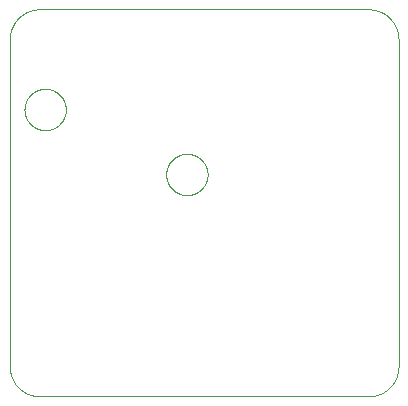
<source format=gko>
G75*
%MOIN*%
%OFA0B0*%
%FSLAX25Y25*%
%IPPOS*%
%LPD*%
%AMOC8*
5,1,8,0,0,1.08239X$1,22.5*
%
%ADD10C,0.00000*%
D10*
X0047333Y0051089D02*
X0047333Y0160089D01*
X0047336Y0160331D01*
X0047345Y0160572D01*
X0047359Y0160813D01*
X0047380Y0161054D01*
X0047406Y0161294D01*
X0047438Y0161534D01*
X0047476Y0161773D01*
X0047519Y0162010D01*
X0047569Y0162247D01*
X0047624Y0162482D01*
X0047684Y0162716D01*
X0047751Y0162948D01*
X0047822Y0163179D01*
X0047900Y0163408D01*
X0047983Y0163635D01*
X0048071Y0163860D01*
X0048165Y0164083D01*
X0048264Y0164303D01*
X0048369Y0164521D01*
X0048478Y0164736D01*
X0048593Y0164949D01*
X0048713Y0165159D01*
X0048838Y0165365D01*
X0048968Y0165569D01*
X0049103Y0165770D01*
X0049243Y0165967D01*
X0049387Y0166161D01*
X0049536Y0166351D01*
X0049690Y0166537D01*
X0049848Y0166720D01*
X0050010Y0166899D01*
X0050177Y0167074D01*
X0050348Y0167245D01*
X0050523Y0167412D01*
X0050702Y0167574D01*
X0050885Y0167732D01*
X0051071Y0167886D01*
X0051261Y0168035D01*
X0051455Y0168179D01*
X0051652Y0168319D01*
X0051853Y0168454D01*
X0052057Y0168584D01*
X0052263Y0168709D01*
X0052473Y0168829D01*
X0052686Y0168944D01*
X0052901Y0169053D01*
X0053119Y0169158D01*
X0053339Y0169257D01*
X0053562Y0169351D01*
X0053787Y0169439D01*
X0054014Y0169522D01*
X0054243Y0169600D01*
X0054474Y0169671D01*
X0054706Y0169738D01*
X0054940Y0169798D01*
X0055175Y0169853D01*
X0055412Y0169903D01*
X0055649Y0169946D01*
X0055888Y0169984D01*
X0056128Y0170016D01*
X0056368Y0170042D01*
X0056609Y0170063D01*
X0056850Y0170077D01*
X0057091Y0170086D01*
X0057333Y0170089D01*
X0166933Y0170089D01*
X0167175Y0170086D01*
X0167416Y0170077D01*
X0167657Y0170063D01*
X0167898Y0170042D01*
X0168138Y0170016D01*
X0168378Y0169984D01*
X0168617Y0169946D01*
X0168854Y0169903D01*
X0169091Y0169853D01*
X0169326Y0169798D01*
X0169560Y0169738D01*
X0169792Y0169671D01*
X0170023Y0169600D01*
X0170252Y0169522D01*
X0170479Y0169439D01*
X0170704Y0169351D01*
X0170927Y0169257D01*
X0171147Y0169158D01*
X0171365Y0169053D01*
X0171580Y0168944D01*
X0171793Y0168829D01*
X0172003Y0168709D01*
X0172209Y0168584D01*
X0172413Y0168454D01*
X0172614Y0168319D01*
X0172811Y0168179D01*
X0173005Y0168035D01*
X0173195Y0167886D01*
X0173381Y0167732D01*
X0173564Y0167574D01*
X0173743Y0167412D01*
X0173918Y0167245D01*
X0174089Y0167074D01*
X0174256Y0166899D01*
X0174418Y0166720D01*
X0174576Y0166537D01*
X0174730Y0166351D01*
X0174879Y0166161D01*
X0175023Y0165967D01*
X0175163Y0165770D01*
X0175298Y0165569D01*
X0175428Y0165365D01*
X0175553Y0165159D01*
X0175673Y0164949D01*
X0175788Y0164736D01*
X0175897Y0164521D01*
X0176002Y0164303D01*
X0176101Y0164083D01*
X0176195Y0163860D01*
X0176283Y0163635D01*
X0176366Y0163408D01*
X0176444Y0163179D01*
X0176515Y0162948D01*
X0176582Y0162716D01*
X0176642Y0162482D01*
X0176697Y0162247D01*
X0176747Y0162010D01*
X0176790Y0161773D01*
X0176828Y0161534D01*
X0176860Y0161294D01*
X0176886Y0161054D01*
X0176907Y0160813D01*
X0176921Y0160572D01*
X0176930Y0160331D01*
X0176933Y0160089D01*
X0176933Y0051089D01*
X0176930Y0050847D01*
X0176921Y0050606D01*
X0176907Y0050365D01*
X0176886Y0050124D01*
X0176860Y0049884D01*
X0176828Y0049644D01*
X0176790Y0049405D01*
X0176747Y0049168D01*
X0176697Y0048931D01*
X0176642Y0048696D01*
X0176582Y0048462D01*
X0176515Y0048230D01*
X0176444Y0047999D01*
X0176366Y0047770D01*
X0176283Y0047543D01*
X0176195Y0047318D01*
X0176101Y0047095D01*
X0176002Y0046875D01*
X0175897Y0046657D01*
X0175788Y0046442D01*
X0175673Y0046229D01*
X0175553Y0046019D01*
X0175428Y0045813D01*
X0175298Y0045609D01*
X0175163Y0045408D01*
X0175023Y0045211D01*
X0174879Y0045017D01*
X0174730Y0044827D01*
X0174576Y0044641D01*
X0174418Y0044458D01*
X0174256Y0044279D01*
X0174089Y0044104D01*
X0173918Y0043933D01*
X0173743Y0043766D01*
X0173564Y0043604D01*
X0173381Y0043446D01*
X0173195Y0043292D01*
X0173005Y0043143D01*
X0172811Y0042999D01*
X0172614Y0042859D01*
X0172413Y0042724D01*
X0172209Y0042594D01*
X0172003Y0042469D01*
X0171793Y0042349D01*
X0171580Y0042234D01*
X0171365Y0042125D01*
X0171147Y0042020D01*
X0170927Y0041921D01*
X0170704Y0041827D01*
X0170479Y0041739D01*
X0170252Y0041656D01*
X0170023Y0041578D01*
X0169792Y0041507D01*
X0169560Y0041440D01*
X0169326Y0041380D01*
X0169091Y0041325D01*
X0168854Y0041275D01*
X0168617Y0041232D01*
X0168378Y0041194D01*
X0168138Y0041162D01*
X0167898Y0041136D01*
X0167657Y0041115D01*
X0167416Y0041101D01*
X0167175Y0041092D01*
X0166933Y0041089D01*
X0057333Y0041089D01*
X0057091Y0041092D01*
X0056850Y0041101D01*
X0056609Y0041115D01*
X0056368Y0041136D01*
X0056128Y0041162D01*
X0055888Y0041194D01*
X0055649Y0041232D01*
X0055412Y0041275D01*
X0055175Y0041325D01*
X0054940Y0041380D01*
X0054706Y0041440D01*
X0054474Y0041507D01*
X0054243Y0041578D01*
X0054014Y0041656D01*
X0053787Y0041739D01*
X0053562Y0041827D01*
X0053339Y0041921D01*
X0053119Y0042020D01*
X0052901Y0042125D01*
X0052686Y0042234D01*
X0052473Y0042349D01*
X0052263Y0042469D01*
X0052057Y0042594D01*
X0051853Y0042724D01*
X0051652Y0042859D01*
X0051455Y0042999D01*
X0051261Y0043143D01*
X0051071Y0043292D01*
X0050885Y0043446D01*
X0050702Y0043604D01*
X0050523Y0043766D01*
X0050348Y0043933D01*
X0050177Y0044104D01*
X0050010Y0044279D01*
X0049848Y0044458D01*
X0049690Y0044641D01*
X0049536Y0044827D01*
X0049387Y0045017D01*
X0049243Y0045211D01*
X0049103Y0045408D01*
X0048968Y0045609D01*
X0048838Y0045813D01*
X0048713Y0046019D01*
X0048593Y0046229D01*
X0048478Y0046442D01*
X0048369Y0046657D01*
X0048264Y0046875D01*
X0048165Y0047095D01*
X0048071Y0047318D01*
X0047983Y0047543D01*
X0047900Y0047770D01*
X0047822Y0047999D01*
X0047751Y0048230D01*
X0047684Y0048462D01*
X0047624Y0048696D01*
X0047569Y0048931D01*
X0047519Y0049168D01*
X0047476Y0049405D01*
X0047438Y0049644D01*
X0047406Y0049884D01*
X0047380Y0050124D01*
X0047359Y0050365D01*
X0047345Y0050606D01*
X0047336Y0050847D01*
X0047333Y0051089D01*
X0099498Y0115029D02*
X0099500Y0115198D01*
X0099506Y0115367D01*
X0099517Y0115536D01*
X0099531Y0115704D01*
X0099550Y0115872D01*
X0099573Y0116040D01*
X0099599Y0116207D01*
X0099630Y0116373D01*
X0099665Y0116539D01*
X0099704Y0116703D01*
X0099748Y0116867D01*
X0099795Y0117029D01*
X0099846Y0117190D01*
X0099901Y0117350D01*
X0099960Y0117509D01*
X0100022Y0117666D01*
X0100089Y0117821D01*
X0100160Y0117975D01*
X0100234Y0118127D01*
X0100312Y0118277D01*
X0100393Y0118425D01*
X0100478Y0118571D01*
X0100567Y0118715D01*
X0100659Y0118857D01*
X0100755Y0118996D01*
X0100854Y0119133D01*
X0100956Y0119268D01*
X0101062Y0119400D01*
X0101171Y0119529D01*
X0101283Y0119656D01*
X0101398Y0119780D01*
X0101516Y0119901D01*
X0101637Y0120019D01*
X0101761Y0120134D01*
X0101888Y0120246D01*
X0102017Y0120355D01*
X0102149Y0120461D01*
X0102284Y0120563D01*
X0102421Y0120662D01*
X0102560Y0120758D01*
X0102702Y0120850D01*
X0102846Y0120939D01*
X0102992Y0121024D01*
X0103140Y0121105D01*
X0103290Y0121183D01*
X0103442Y0121257D01*
X0103596Y0121328D01*
X0103751Y0121395D01*
X0103908Y0121457D01*
X0104067Y0121516D01*
X0104227Y0121571D01*
X0104388Y0121622D01*
X0104550Y0121669D01*
X0104714Y0121713D01*
X0104878Y0121752D01*
X0105044Y0121787D01*
X0105210Y0121818D01*
X0105377Y0121844D01*
X0105545Y0121867D01*
X0105713Y0121886D01*
X0105881Y0121900D01*
X0106050Y0121911D01*
X0106219Y0121917D01*
X0106388Y0121919D01*
X0106557Y0121917D01*
X0106726Y0121911D01*
X0106895Y0121900D01*
X0107063Y0121886D01*
X0107231Y0121867D01*
X0107399Y0121844D01*
X0107566Y0121818D01*
X0107732Y0121787D01*
X0107898Y0121752D01*
X0108062Y0121713D01*
X0108226Y0121669D01*
X0108388Y0121622D01*
X0108549Y0121571D01*
X0108709Y0121516D01*
X0108868Y0121457D01*
X0109025Y0121395D01*
X0109180Y0121328D01*
X0109334Y0121257D01*
X0109486Y0121183D01*
X0109636Y0121105D01*
X0109784Y0121024D01*
X0109930Y0120939D01*
X0110074Y0120850D01*
X0110216Y0120758D01*
X0110355Y0120662D01*
X0110492Y0120563D01*
X0110627Y0120461D01*
X0110759Y0120355D01*
X0110888Y0120246D01*
X0111015Y0120134D01*
X0111139Y0120019D01*
X0111260Y0119901D01*
X0111378Y0119780D01*
X0111493Y0119656D01*
X0111605Y0119529D01*
X0111714Y0119400D01*
X0111820Y0119268D01*
X0111922Y0119133D01*
X0112021Y0118996D01*
X0112117Y0118857D01*
X0112209Y0118715D01*
X0112298Y0118571D01*
X0112383Y0118425D01*
X0112464Y0118277D01*
X0112542Y0118127D01*
X0112616Y0117975D01*
X0112687Y0117821D01*
X0112754Y0117666D01*
X0112816Y0117509D01*
X0112875Y0117350D01*
X0112930Y0117190D01*
X0112981Y0117029D01*
X0113028Y0116867D01*
X0113072Y0116703D01*
X0113111Y0116539D01*
X0113146Y0116373D01*
X0113177Y0116207D01*
X0113203Y0116040D01*
X0113226Y0115872D01*
X0113245Y0115704D01*
X0113259Y0115536D01*
X0113270Y0115367D01*
X0113276Y0115198D01*
X0113278Y0115029D01*
X0113276Y0114860D01*
X0113270Y0114691D01*
X0113259Y0114522D01*
X0113245Y0114354D01*
X0113226Y0114186D01*
X0113203Y0114018D01*
X0113177Y0113851D01*
X0113146Y0113685D01*
X0113111Y0113519D01*
X0113072Y0113355D01*
X0113028Y0113191D01*
X0112981Y0113029D01*
X0112930Y0112868D01*
X0112875Y0112708D01*
X0112816Y0112549D01*
X0112754Y0112392D01*
X0112687Y0112237D01*
X0112616Y0112083D01*
X0112542Y0111931D01*
X0112464Y0111781D01*
X0112383Y0111633D01*
X0112298Y0111487D01*
X0112209Y0111343D01*
X0112117Y0111201D01*
X0112021Y0111062D01*
X0111922Y0110925D01*
X0111820Y0110790D01*
X0111714Y0110658D01*
X0111605Y0110529D01*
X0111493Y0110402D01*
X0111378Y0110278D01*
X0111260Y0110157D01*
X0111139Y0110039D01*
X0111015Y0109924D01*
X0110888Y0109812D01*
X0110759Y0109703D01*
X0110627Y0109597D01*
X0110492Y0109495D01*
X0110355Y0109396D01*
X0110216Y0109300D01*
X0110074Y0109208D01*
X0109930Y0109119D01*
X0109784Y0109034D01*
X0109636Y0108953D01*
X0109486Y0108875D01*
X0109334Y0108801D01*
X0109180Y0108730D01*
X0109025Y0108663D01*
X0108868Y0108601D01*
X0108709Y0108542D01*
X0108549Y0108487D01*
X0108388Y0108436D01*
X0108226Y0108389D01*
X0108062Y0108345D01*
X0107898Y0108306D01*
X0107732Y0108271D01*
X0107566Y0108240D01*
X0107399Y0108214D01*
X0107231Y0108191D01*
X0107063Y0108172D01*
X0106895Y0108158D01*
X0106726Y0108147D01*
X0106557Y0108141D01*
X0106388Y0108139D01*
X0106219Y0108141D01*
X0106050Y0108147D01*
X0105881Y0108158D01*
X0105713Y0108172D01*
X0105545Y0108191D01*
X0105377Y0108214D01*
X0105210Y0108240D01*
X0105044Y0108271D01*
X0104878Y0108306D01*
X0104714Y0108345D01*
X0104550Y0108389D01*
X0104388Y0108436D01*
X0104227Y0108487D01*
X0104067Y0108542D01*
X0103908Y0108601D01*
X0103751Y0108663D01*
X0103596Y0108730D01*
X0103442Y0108801D01*
X0103290Y0108875D01*
X0103140Y0108953D01*
X0102992Y0109034D01*
X0102846Y0109119D01*
X0102702Y0109208D01*
X0102560Y0109300D01*
X0102421Y0109396D01*
X0102284Y0109495D01*
X0102149Y0109597D01*
X0102017Y0109703D01*
X0101888Y0109812D01*
X0101761Y0109924D01*
X0101637Y0110039D01*
X0101516Y0110157D01*
X0101398Y0110278D01*
X0101283Y0110402D01*
X0101171Y0110529D01*
X0101062Y0110658D01*
X0100956Y0110790D01*
X0100854Y0110925D01*
X0100755Y0111062D01*
X0100659Y0111201D01*
X0100567Y0111343D01*
X0100478Y0111487D01*
X0100393Y0111633D01*
X0100312Y0111781D01*
X0100234Y0111931D01*
X0100160Y0112083D01*
X0100089Y0112237D01*
X0100022Y0112392D01*
X0099960Y0112549D01*
X0099901Y0112708D01*
X0099846Y0112868D01*
X0099795Y0113029D01*
X0099748Y0113191D01*
X0099704Y0113355D01*
X0099665Y0113519D01*
X0099630Y0113685D01*
X0099599Y0113851D01*
X0099573Y0114018D01*
X0099550Y0114186D01*
X0099531Y0114354D01*
X0099517Y0114522D01*
X0099506Y0114691D01*
X0099500Y0114860D01*
X0099498Y0115029D01*
X0052254Y0136683D02*
X0052256Y0136852D01*
X0052262Y0137021D01*
X0052273Y0137190D01*
X0052287Y0137358D01*
X0052306Y0137526D01*
X0052329Y0137694D01*
X0052355Y0137861D01*
X0052386Y0138027D01*
X0052421Y0138193D01*
X0052460Y0138357D01*
X0052504Y0138521D01*
X0052551Y0138683D01*
X0052602Y0138844D01*
X0052657Y0139004D01*
X0052716Y0139163D01*
X0052778Y0139320D01*
X0052845Y0139475D01*
X0052916Y0139629D01*
X0052990Y0139781D01*
X0053068Y0139931D01*
X0053149Y0140079D01*
X0053234Y0140225D01*
X0053323Y0140369D01*
X0053415Y0140511D01*
X0053511Y0140650D01*
X0053610Y0140787D01*
X0053712Y0140922D01*
X0053818Y0141054D01*
X0053927Y0141183D01*
X0054039Y0141310D01*
X0054154Y0141434D01*
X0054272Y0141555D01*
X0054393Y0141673D01*
X0054517Y0141788D01*
X0054644Y0141900D01*
X0054773Y0142009D01*
X0054905Y0142115D01*
X0055040Y0142217D01*
X0055177Y0142316D01*
X0055316Y0142412D01*
X0055458Y0142504D01*
X0055602Y0142593D01*
X0055748Y0142678D01*
X0055896Y0142759D01*
X0056046Y0142837D01*
X0056198Y0142911D01*
X0056352Y0142982D01*
X0056507Y0143049D01*
X0056664Y0143111D01*
X0056823Y0143170D01*
X0056983Y0143225D01*
X0057144Y0143276D01*
X0057306Y0143323D01*
X0057470Y0143367D01*
X0057634Y0143406D01*
X0057800Y0143441D01*
X0057966Y0143472D01*
X0058133Y0143498D01*
X0058301Y0143521D01*
X0058469Y0143540D01*
X0058637Y0143554D01*
X0058806Y0143565D01*
X0058975Y0143571D01*
X0059144Y0143573D01*
X0059313Y0143571D01*
X0059482Y0143565D01*
X0059651Y0143554D01*
X0059819Y0143540D01*
X0059987Y0143521D01*
X0060155Y0143498D01*
X0060322Y0143472D01*
X0060488Y0143441D01*
X0060654Y0143406D01*
X0060818Y0143367D01*
X0060982Y0143323D01*
X0061144Y0143276D01*
X0061305Y0143225D01*
X0061465Y0143170D01*
X0061624Y0143111D01*
X0061781Y0143049D01*
X0061936Y0142982D01*
X0062090Y0142911D01*
X0062242Y0142837D01*
X0062392Y0142759D01*
X0062540Y0142678D01*
X0062686Y0142593D01*
X0062830Y0142504D01*
X0062972Y0142412D01*
X0063111Y0142316D01*
X0063248Y0142217D01*
X0063383Y0142115D01*
X0063515Y0142009D01*
X0063644Y0141900D01*
X0063771Y0141788D01*
X0063895Y0141673D01*
X0064016Y0141555D01*
X0064134Y0141434D01*
X0064249Y0141310D01*
X0064361Y0141183D01*
X0064470Y0141054D01*
X0064576Y0140922D01*
X0064678Y0140787D01*
X0064777Y0140650D01*
X0064873Y0140511D01*
X0064965Y0140369D01*
X0065054Y0140225D01*
X0065139Y0140079D01*
X0065220Y0139931D01*
X0065298Y0139781D01*
X0065372Y0139629D01*
X0065443Y0139475D01*
X0065510Y0139320D01*
X0065572Y0139163D01*
X0065631Y0139004D01*
X0065686Y0138844D01*
X0065737Y0138683D01*
X0065784Y0138521D01*
X0065828Y0138357D01*
X0065867Y0138193D01*
X0065902Y0138027D01*
X0065933Y0137861D01*
X0065959Y0137694D01*
X0065982Y0137526D01*
X0066001Y0137358D01*
X0066015Y0137190D01*
X0066026Y0137021D01*
X0066032Y0136852D01*
X0066034Y0136683D01*
X0066032Y0136514D01*
X0066026Y0136345D01*
X0066015Y0136176D01*
X0066001Y0136008D01*
X0065982Y0135840D01*
X0065959Y0135672D01*
X0065933Y0135505D01*
X0065902Y0135339D01*
X0065867Y0135173D01*
X0065828Y0135009D01*
X0065784Y0134845D01*
X0065737Y0134683D01*
X0065686Y0134522D01*
X0065631Y0134362D01*
X0065572Y0134203D01*
X0065510Y0134046D01*
X0065443Y0133891D01*
X0065372Y0133737D01*
X0065298Y0133585D01*
X0065220Y0133435D01*
X0065139Y0133287D01*
X0065054Y0133141D01*
X0064965Y0132997D01*
X0064873Y0132855D01*
X0064777Y0132716D01*
X0064678Y0132579D01*
X0064576Y0132444D01*
X0064470Y0132312D01*
X0064361Y0132183D01*
X0064249Y0132056D01*
X0064134Y0131932D01*
X0064016Y0131811D01*
X0063895Y0131693D01*
X0063771Y0131578D01*
X0063644Y0131466D01*
X0063515Y0131357D01*
X0063383Y0131251D01*
X0063248Y0131149D01*
X0063111Y0131050D01*
X0062972Y0130954D01*
X0062830Y0130862D01*
X0062686Y0130773D01*
X0062540Y0130688D01*
X0062392Y0130607D01*
X0062242Y0130529D01*
X0062090Y0130455D01*
X0061936Y0130384D01*
X0061781Y0130317D01*
X0061624Y0130255D01*
X0061465Y0130196D01*
X0061305Y0130141D01*
X0061144Y0130090D01*
X0060982Y0130043D01*
X0060818Y0129999D01*
X0060654Y0129960D01*
X0060488Y0129925D01*
X0060322Y0129894D01*
X0060155Y0129868D01*
X0059987Y0129845D01*
X0059819Y0129826D01*
X0059651Y0129812D01*
X0059482Y0129801D01*
X0059313Y0129795D01*
X0059144Y0129793D01*
X0058975Y0129795D01*
X0058806Y0129801D01*
X0058637Y0129812D01*
X0058469Y0129826D01*
X0058301Y0129845D01*
X0058133Y0129868D01*
X0057966Y0129894D01*
X0057800Y0129925D01*
X0057634Y0129960D01*
X0057470Y0129999D01*
X0057306Y0130043D01*
X0057144Y0130090D01*
X0056983Y0130141D01*
X0056823Y0130196D01*
X0056664Y0130255D01*
X0056507Y0130317D01*
X0056352Y0130384D01*
X0056198Y0130455D01*
X0056046Y0130529D01*
X0055896Y0130607D01*
X0055748Y0130688D01*
X0055602Y0130773D01*
X0055458Y0130862D01*
X0055316Y0130954D01*
X0055177Y0131050D01*
X0055040Y0131149D01*
X0054905Y0131251D01*
X0054773Y0131357D01*
X0054644Y0131466D01*
X0054517Y0131578D01*
X0054393Y0131693D01*
X0054272Y0131811D01*
X0054154Y0131932D01*
X0054039Y0132056D01*
X0053927Y0132183D01*
X0053818Y0132312D01*
X0053712Y0132444D01*
X0053610Y0132579D01*
X0053511Y0132716D01*
X0053415Y0132855D01*
X0053323Y0132997D01*
X0053234Y0133141D01*
X0053149Y0133287D01*
X0053068Y0133435D01*
X0052990Y0133585D01*
X0052916Y0133737D01*
X0052845Y0133891D01*
X0052778Y0134046D01*
X0052716Y0134203D01*
X0052657Y0134362D01*
X0052602Y0134522D01*
X0052551Y0134683D01*
X0052504Y0134845D01*
X0052460Y0135009D01*
X0052421Y0135173D01*
X0052386Y0135339D01*
X0052355Y0135505D01*
X0052329Y0135672D01*
X0052306Y0135840D01*
X0052287Y0136008D01*
X0052273Y0136176D01*
X0052262Y0136345D01*
X0052256Y0136514D01*
X0052254Y0136683D01*
M02*

</source>
